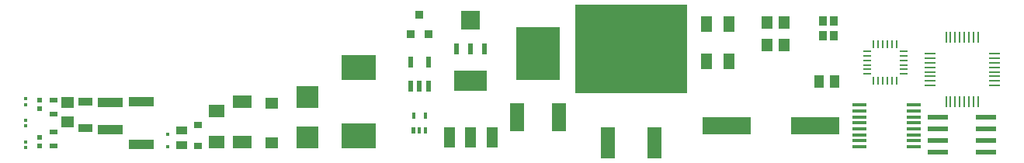
<source format=gtp>
G04 Layer_Color=8421504*
%FSLAX25Y25*%
%MOIN*%
G70*
G01*
G75*
%ADD10R,0.01200X0.01200*%
%ADD11R,0.02400X0.02000*%
%ADD12R,0.03600X0.02400*%
%ADD13R,0.05200X0.04800*%
%ADD14R,0.06300X0.03600*%
%ADD15R,0.11100X0.04000*%
%ADD16R,0.11100X0.04000*%
%ADD17R,0.06300X0.11900*%
%ADD18R,0.19000X0.22500*%
%ADD19R,0.48100X0.38400*%
%ADD20R,0.06300X0.13800*%
%ADD21R,0.04800X0.08800*%
%ADD22R,0.14200X0.08700*%
%ADD23R,0.02300X0.04800*%
%ADD24R,0.07900X0.07900*%
%ADD25R,0.02200X0.04800*%
%ADD26R,0.03200X0.03600*%
%ADD27R,0.01600X0.03000*%
%ADD28R,0.04800X0.07100*%
%ADD29R,0.04800X0.05600*%
%ADD30R,0.03600X0.04200*%
%ADD31R,0.21000X0.07600*%
%ADD32R,0.04000X0.05600*%
%ADD33R,0.04800X0.03200*%
%ADD34R,0.01400X0.01400*%
%ADD35R,0.05800X0.05000*%
%ADD36R,0.09500X0.09500*%
%ADD37R,0.15000X0.11100*%
%ADD38R,0.08300X0.05600*%
%ADD39R,0.03300X0.02500*%
%ADD40R,0.07100X0.05600*%
%ADD41R,0.06300X0.01400*%
%ADD42R,0.08700X0.02400*%
%ADD43R,0.03200X0.01000*%
%ADD44R,0.01000X0.03200*%
%ADD45R,0.04500X0.01000*%
%ADD46R,0.01000X0.04500*%
%ADD311R,0.01575X0.03000*%
%ADD312R,0.01600X0.03000*%
%ADD313R,0.01300X0.02700*%
%ADD314R,0.01350X0.02700*%
D10*
X175000Y140019D02*
D03*
Y142400D02*
D03*
Y121619D02*
D03*
Y124000D02*
D03*
Y130819D02*
D03*
Y133200D02*
D03*
D11*
X181000Y138031D02*
D03*
Y142000D02*
D03*
Y122031D02*
D03*
Y126000D02*
D03*
D12*
X187000Y135847D02*
D03*
Y141800D02*
D03*
Y122147D02*
D03*
Y128100D02*
D03*
D13*
X193000Y132366D02*
D03*
Y140700D02*
D03*
D14*
X200700Y129791D02*
D03*
Y141300D02*
D03*
D15*
X211400Y141006D02*
D03*
Y129100D02*
D03*
D16*
X224500Y122945D02*
D03*
Y141100D02*
D03*
D17*
X386024Y134595D02*
D03*
X404000D02*
D03*
D18*
X395000Y161800D02*
D03*
D19*
X435000Y163900D02*
D03*
D20*
X445000Y123421D02*
D03*
X425000D02*
D03*
D21*
X356900Y125800D02*
D03*
X366000D02*
D03*
X375100D02*
D03*
D22*
X366000Y150300D02*
D03*
D23*
X360094Y163913D02*
D03*
X366000D02*
D03*
X372000D02*
D03*
D24*
X366000Y176200D02*
D03*
D25*
X340260Y147881D02*
D03*
X344000D02*
D03*
X347800D02*
D03*
Y158200D02*
D03*
X340260D02*
D03*
D26*
X344000Y178400D02*
D03*
X347800Y170063D02*
D03*
X340260D02*
D03*
D27*
X341441Y128752D02*
D03*
X344000D02*
D03*
X346600D02*
D03*
Y135300D02*
D03*
X341441D02*
D03*
D28*
X476824Y158626D02*
D03*
X467300Y174400D02*
D03*
Y158626D02*
D03*
X476824Y174400D02*
D03*
D29*
X493200Y165676D02*
D03*
Y175200D02*
D03*
X500740Y165676D02*
D03*
Y175200D02*
D03*
D30*
X521962Y169670D02*
D03*
X517200Y176000D02*
D03*
Y169670D02*
D03*
X521962Y176000D02*
D03*
D31*
X476000Y131000D02*
D03*
X514000D02*
D03*
D32*
X515654Y150000D02*
D03*
X522400D02*
D03*
D33*
X242000Y122650D02*
D03*
Y129000D02*
D03*
D34*
X236000Y121742D02*
D03*
Y127100D02*
D03*
D35*
X280600Y140565D02*
D03*
Y123600D02*
D03*
D36*
X296000Y125839D02*
D03*
Y143200D02*
D03*
D37*
X317900Y126533D02*
D03*
Y155700D02*
D03*
D38*
X268000Y141300D02*
D03*
Y123939D02*
D03*
D39*
X249000Y131328D02*
D03*
Y122200D02*
D03*
D40*
X257000Y123807D02*
D03*
Y137200D02*
D03*
D41*
X532780Y139760D02*
D03*
Y137201D02*
D03*
Y134642D02*
D03*
Y132083D02*
D03*
Y129500D02*
D03*
Y126900D02*
D03*
Y124400D02*
D03*
Y121800D02*
D03*
X556100D02*
D03*
Y124400D02*
D03*
Y126900D02*
D03*
Y129500D02*
D03*
Y132083D02*
D03*
Y134642D02*
D03*
Y137201D02*
D03*
Y139760D02*
D03*
D42*
X566700Y134500D02*
D03*
Y129500D02*
D03*
Y124500D02*
D03*
Y119500D02*
D03*
X587300D02*
D03*
Y124500D02*
D03*
Y129500D02*
D03*
Y134500D02*
D03*
D43*
X536126Y163000D02*
D03*
Y161000D02*
D03*
Y159000D02*
D03*
Y157016D02*
D03*
Y155047D02*
D03*
Y153079D02*
D03*
X551900D02*
D03*
Y155047D02*
D03*
Y157016D02*
D03*
Y159000D02*
D03*
Y161000D02*
D03*
Y163000D02*
D03*
D44*
X539079Y150126D02*
D03*
X541047D02*
D03*
X543016D02*
D03*
X545000D02*
D03*
X547000D02*
D03*
X549000D02*
D03*
Y165900D02*
D03*
X547000D02*
D03*
X545000D02*
D03*
X543016D02*
D03*
X541047D02*
D03*
X539079D02*
D03*
D45*
X563221Y161900D02*
D03*
Y160000D02*
D03*
Y158000D02*
D03*
Y156000D02*
D03*
Y154016D02*
D03*
Y152047D02*
D03*
Y150079D02*
D03*
Y148110D02*
D03*
X590800D02*
D03*
Y150079D02*
D03*
Y152047D02*
D03*
Y154016D02*
D03*
Y156000D02*
D03*
Y158000D02*
D03*
Y160000D02*
D03*
Y161900D02*
D03*
D46*
X570110Y141220D02*
D03*
X572079D02*
D03*
X574047D02*
D03*
X576016D02*
D03*
X578000D02*
D03*
X580000D02*
D03*
X582000D02*
D03*
X583900D02*
D03*
Y168800D02*
D03*
X582000D02*
D03*
X580000D02*
D03*
X578000D02*
D03*
X576016D02*
D03*
X574047D02*
D03*
X572079D02*
D03*
X570110D02*
D03*
D311*
X341441Y135300D02*
D03*
D312*
X346600D02*
D03*
D313*
X341350Y128750D02*
D03*
X346650D02*
D03*
D314*
X344025D02*
D03*
M02*

</source>
